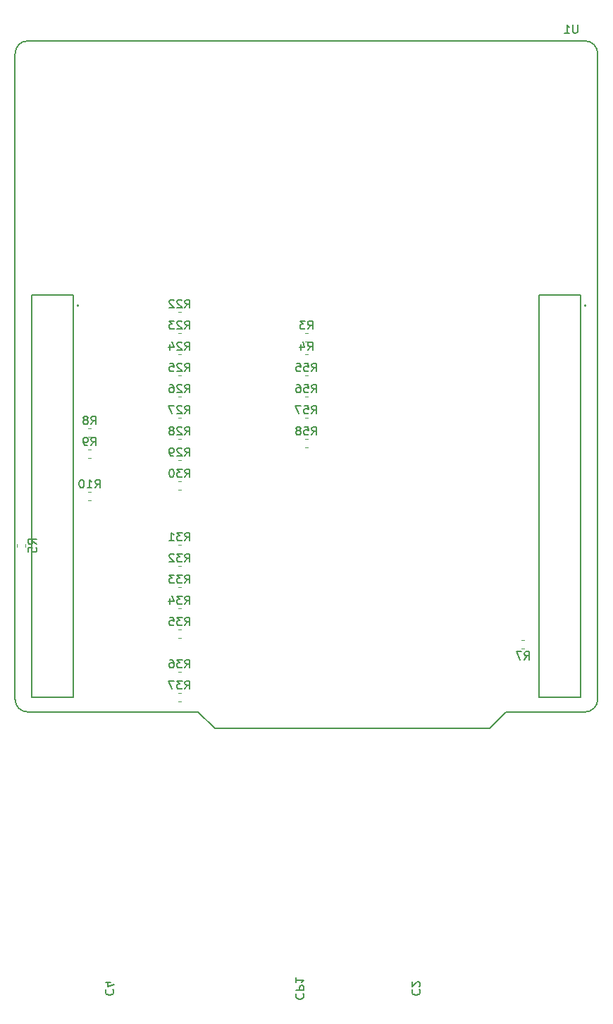
<source format=gbo>
G04 #@! TF.GenerationSoftware,KiCad,Pcbnew,(5.1.6)-1*
G04 #@! TF.CreationDate,2023-04-05T02:19:52+09:00*
G04 #@! TF.ProjectId,SubPCB,53756250-4342-42e6-9b69-6361645f7063,rev?*
G04 #@! TF.SameCoordinates,Original*
G04 #@! TF.FileFunction,Legend,Bot*
G04 #@! TF.FilePolarity,Positive*
%FSLAX46Y46*%
G04 Gerber Fmt 4.6, Leading zero omitted, Abs format (unit mm)*
G04 Created by KiCad (PCBNEW (5.1.6)-1) date 2023-04-05 02:19:52*
%MOMM*%
%LPD*%
G01*
G04 APERTURE LIST*
%ADD10C,0.120000*%
%ADD11C,0.200000*%
%ADD12C,0.127000*%
%ADD13C,0.150000*%
G04 APERTURE END LIST*
D10*
X41446267Y-22985000D02*
X41103733Y-22985000D01*
X41446267Y-24005000D02*
X41103733Y-24005000D01*
X41446267Y-20445000D02*
X41103733Y-20445000D01*
X41446267Y-21465000D02*
X41103733Y-21465000D01*
X41446267Y-17905000D02*
X41103733Y-17905000D01*
X41446267Y-18925000D02*
X41103733Y-18925000D01*
X41446267Y-15365000D02*
X41103733Y-15365000D01*
X41446267Y-16385000D02*
X41103733Y-16385000D01*
X41446267Y-12825000D02*
X41103733Y-12825000D01*
X41446267Y-13845000D02*
X41103733Y-13845000D01*
X41446267Y-10285000D02*
X41103733Y-10285000D01*
X41446267Y-11305000D02*
X41103733Y-11305000D01*
D11*
X13915000Y-6985000D02*
G75*
G03*
X13915000Y-6985000I-100000J0D01*
G01*
X74875000Y-6985000D02*
G75*
G03*
X74875000Y-6985000I-100000J0D01*
G01*
D12*
X69255000Y-5715000D02*
X74255000Y-5715000D01*
X69255000Y-53975000D02*
X69255000Y-5715000D01*
X74255000Y-53975000D02*
X69255000Y-53975000D01*
X74255000Y-5715000D02*
X74255000Y-53975000D01*
X8295000Y-5715000D02*
X13295000Y-5715000D01*
X8295000Y-53975000D02*
X8295000Y-5715000D01*
X13295000Y-53975000D02*
X8295000Y-53975000D01*
X13295000Y-5715000D02*
X13295000Y-53975000D01*
X65275000Y-55745000D02*
X74775000Y-55745000D01*
X63275000Y-57745000D02*
X65275000Y-55745000D01*
X30275000Y-57745000D02*
X63275000Y-57745000D01*
X28275000Y-55745000D02*
X30275000Y-57745000D01*
X7775000Y-55745000D02*
X28275000Y-55745000D01*
X6275000Y23255000D02*
X6275000Y-54245000D01*
X74775000Y24755000D02*
X7775000Y24755000D01*
X76275000Y-54245000D02*
X76275000Y23255000D01*
X76275000Y23255000D02*
G75*
G03*
X74775000Y24755000I-1500000J0D01*
G01*
X7775000Y24755000D02*
G75*
G03*
X6275000Y23255000I0J-1500000D01*
G01*
X6275000Y-54245000D02*
G75*
G03*
X7775000Y-55745000I1500000J0D01*
G01*
X74775000Y-55745000D02*
G75*
G03*
X76275000Y-54245000I0J1500000D01*
G01*
D10*
X26206267Y-54485000D02*
X25863733Y-54485000D01*
X26206267Y-53465000D02*
X25863733Y-53465000D01*
X26206267Y-51945000D02*
X25863733Y-51945000D01*
X26206267Y-50925000D02*
X25863733Y-50925000D01*
X26206267Y-46865000D02*
X25863733Y-46865000D01*
X26206267Y-45845000D02*
X25863733Y-45845000D01*
X26206267Y-44325000D02*
X25863733Y-44325000D01*
X26206267Y-43305000D02*
X25863733Y-43305000D01*
X26206267Y-41785000D02*
X25863733Y-41785000D01*
X26206267Y-40765000D02*
X25863733Y-40765000D01*
X26206267Y-39245000D02*
X25863733Y-39245000D01*
X26206267Y-38225000D02*
X25863733Y-38225000D01*
X26206267Y-36705000D02*
X25863733Y-36705000D01*
X26206267Y-35685000D02*
X25863733Y-35685000D01*
X26206267Y-29085000D02*
X25863733Y-29085000D01*
X26206267Y-28065000D02*
X25863733Y-28065000D01*
X26206267Y-26545000D02*
X25863733Y-26545000D01*
X26206267Y-25525000D02*
X25863733Y-25525000D01*
X26206267Y-24005000D02*
X25863733Y-24005000D01*
X26206267Y-22985000D02*
X25863733Y-22985000D01*
X26206267Y-21465000D02*
X25863733Y-21465000D01*
X26206267Y-20445000D02*
X25863733Y-20445000D01*
X26206267Y-18925000D02*
X25863733Y-18925000D01*
X26206267Y-17905000D02*
X25863733Y-17905000D01*
X26206267Y-16385000D02*
X25863733Y-16385000D01*
X26206267Y-15365000D02*
X25863733Y-15365000D01*
X26206267Y-13845000D02*
X25863733Y-13845000D01*
X26206267Y-12825000D02*
X25863733Y-12825000D01*
X26206267Y-11305000D02*
X25863733Y-11305000D01*
X26206267Y-10285000D02*
X25863733Y-10285000D01*
X26206267Y-8765000D02*
X25863733Y-8765000D01*
X26206267Y-7745000D02*
X25863733Y-7745000D01*
X15411267Y-30355000D02*
X15068733Y-30355000D01*
X15411267Y-29335000D02*
X15068733Y-29335000D01*
X15411267Y-25275000D02*
X15068733Y-25275000D01*
X15411267Y-24255000D02*
X15068733Y-24255000D01*
X15411267Y-22735000D02*
X15068733Y-22735000D01*
X15411267Y-21715000D02*
X15068733Y-21715000D01*
X67138733Y-47115000D02*
X67481267Y-47115000D01*
X67138733Y-48135000D02*
X67481267Y-48135000D01*
X6475000Y-35971267D02*
X6475000Y-35628733D01*
X7495000Y-35971267D02*
X7495000Y-35628733D01*
D13*
X41917857Y-22517380D02*
X42251190Y-22041190D01*
X42489285Y-22517380D02*
X42489285Y-21517380D01*
X42108333Y-21517380D01*
X42013095Y-21565000D01*
X41965476Y-21612619D01*
X41917857Y-21707857D01*
X41917857Y-21850714D01*
X41965476Y-21945952D01*
X42013095Y-21993571D01*
X42108333Y-22041190D01*
X42489285Y-22041190D01*
X41013095Y-21517380D02*
X41489285Y-21517380D01*
X41536904Y-21993571D01*
X41489285Y-21945952D01*
X41394047Y-21898333D01*
X41155952Y-21898333D01*
X41060714Y-21945952D01*
X41013095Y-21993571D01*
X40965476Y-22088809D01*
X40965476Y-22326904D01*
X41013095Y-22422142D01*
X41060714Y-22469761D01*
X41155952Y-22517380D01*
X41394047Y-22517380D01*
X41489285Y-22469761D01*
X41536904Y-22422142D01*
X40394047Y-21945952D02*
X40489285Y-21898333D01*
X40536904Y-21850714D01*
X40584523Y-21755476D01*
X40584523Y-21707857D01*
X40536904Y-21612619D01*
X40489285Y-21565000D01*
X40394047Y-21517380D01*
X40203571Y-21517380D01*
X40108333Y-21565000D01*
X40060714Y-21612619D01*
X40013095Y-21707857D01*
X40013095Y-21755476D01*
X40060714Y-21850714D01*
X40108333Y-21898333D01*
X40203571Y-21945952D01*
X40394047Y-21945952D01*
X40489285Y-21993571D01*
X40536904Y-22041190D01*
X40584523Y-22136428D01*
X40584523Y-22326904D01*
X40536904Y-22422142D01*
X40489285Y-22469761D01*
X40394047Y-22517380D01*
X40203571Y-22517380D01*
X40108333Y-22469761D01*
X40060714Y-22422142D01*
X40013095Y-22326904D01*
X40013095Y-22136428D01*
X40060714Y-22041190D01*
X40108333Y-21993571D01*
X40203571Y-21945952D01*
X41917857Y-19977380D02*
X42251190Y-19501190D01*
X42489285Y-19977380D02*
X42489285Y-18977380D01*
X42108333Y-18977380D01*
X42013095Y-19025000D01*
X41965476Y-19072619D01*
X41917857Y-19167857D01*
X41917857Y-19310714D01*
X41965476Y-19405952D01*
X42013095Y-19453571D01*
X42108333Y-19501190D01*
X42489285Y-19501190D01*
X41013095Y-18977380D02*
X41489285Y-18977380D01*
X41536904Y-19453571D01*
X41489285Y-19405952D01*
X41394047Y-19358333D01*
X41155952Y-19358333D01*
X41060714Y-19405952D01*
X41013095Y-19453571D01*
X40965476Y-19548809D01*
X40965476Y-19786904D01*
X41013095Y-19882142D01*
X41060714Y-19929761D01*
X41155952Y-19977380D01*
X41394047Y-19977380D01*
X41489285Y-19929761D01*
X41536904Y-19882142D01*
X40632142Y-18977380D02*
X39965476Y-18977380D01*
X40394047Y-19977380D01*
X41917857Y-17437380D02*
X42251190Y-16961190D01*
X42489285Y-17437380D02*
X42489285Y-16437380D01*
X42108333Y-16437380D01*
X42013095Y-16485000D01*
X41965476Y-16532619D01*
X41917857Y-16627857D01*
X41917857Y-16770714D01*
X41965476Y-16865952D01*
X42013095Y-16913571D01*
X42108333Y-16961190D01*
X42489285Y-16961190D01*
X41013095Y-16437380D02*
X41489285Y-16437380D01*
X41536904Y-16913571D01*
X41489285Y-16865952D01*
X41394047Y-16818333D01*
X41155952Y-16818333D01*
X41060714Y-16865952D01*
X41013095Y-16913571D01*
X40965476Y-17008809D01*
X40965476Y-17246904D01*
X41013095Y-17342142D01*
X41060714Y-17389761D01*
X41155952Y-17437380D01*
X41394047Y-17437380D01*
X41489285Y-17389761D01*
X41536904Y-17342142D01*
X40108333Y-16437380D02*
X40298809Y-16437380D01*
X40394047Y-16485000D01*
X40441666Y-16532619D01*
X40536904Y-16675476D01*
X40584523Y-16865952D01*
X40584523Y-17246904D01*
X40536904Y-17342142D01*
X40489285Y-17389761D01*
X40394047Y-17437380D01*
X40203571Y-17437380D01*
X40108333Y-17389761D01*
X40060714Y-17342142D01*
X40013095Y-17246904D01*
X40013095Y-17008809D01*
X40060714Y-16913571D01*
X40108333Y-16865952D01*
X40203571Y-16818333D01*
X40394047Y-16818333D01*
X40489285Y-16865952D01*
X40536904Y-16913571D01*
X40584523Y-17008809D01*
X41917857Y-14897380D02*
X42251190Y-14421190D01*
X42489285Y-14897380D02*
X42489285Y-13897380D01*
X42108333Y-13897380D01*
X42013095Y-13945000D01*
X41965476Y-13992619D01*
X41917857Y-14087857D01*
X41917857Y-14230714D01*
X41965476Y-14325952D01*
X42013095Y-14373571D01*
X42108333Y-14421190D01*
X42489285Y-14421190D01*
X41013095Y-13897380D02*
X41489285Y-13897380D01*
X41536904Y-14373571D01*
X41489285Y-14325952D01*
X41394047Y-14278333D01*
X41155952Y-14278333D01*
X41060714Y-14325952D01*
X41013095Y-14373571D01*
X40965476Y-14468809D01*
X40965476Y-14706904D01*
X41013095Y-14802142D01*
X41060714Y-14849761D01*
X41155952Y-14897380D01*
X41394047Y-14897380D01*
X41489285Y-14849761D01*
X41536904Y-14802142D01*
X40060714Y-13897380D02*
X40536904Y-13897380D01*
X40584523Y-14373571D01*
X40536904Y-14325952D01*
X40441666Y-14278333D01*
X40203571Y-14278333D01*
X40108333Y-14325952D01*
X40060714Y-14373571D01*
X40013095Y-14468809D01*
X40013095Y-14706904D01*
X40060714Y-14802142D01*
X40108333Y-14849761D01*
X40203571Y-14897380D01*
X40441666Y-14897380D01*
X40536904Y-14849761D01*
X40584523Y-14802142D01*
X41441666Y-12357380D02*
X41775000Y-11881190D01*
X42013095Y-12357380D02*
X42013095Y-11357380D01*
X41632142Y-11357380D01*
X41536904Y-11405000D01*
X41489285Y-11452619D01*
X41441666Y-11547857D01*
X41441666Y-11690714D01*
X41489285Y-11785952D01*
X41536904Y-11833571D01*
X41632142Y-11881190D01*
X42013095Y-11881190D01*
X40584523Y-11690714D02*
X40584523Y-12357380D01*
X40822619Y-11309761D02*
X41060714Y-12024047D01*
X40441666Y-12024047D01*
X41441666Y-9817380D02*
X41775000Y-9341190D01*
X42013095Y-9817380D02*
X42013095Y-8817380D01*
X41632142Y-8817380D01*
X41536904Y-8865000D01*
X41489285Y-8912619D01*
X41441666Y-9007857D01*
X41441666Y-9150714D01*
X41489285Y-9245952D01*
X41536904Y-9293571D01*
X41632142Y-9341190D01*
X42013095Y-9341190D01*
X41108333Y-8817380D02*
X40489285Y-8817380D01*
X40822619Y-9198333D01*
X40679761Y-9198333D01*
X40584523Y-9245952D01*
X40536904Y-9293571D01*
X40489285Y-9388809D01*
X40489285Y-9626904D01*
X40536904Y-9722142D01*
X40584523Y-9769761D01*
X40679761Y-9817380D01*
X40965476Y-9817380D01*
X41060714Y-9769761D01*
X41108333Y-9722142D01*
X73861904Y26687619D02*
X73861904Y25878095D01*
X73814285Y25782857D01*
X73766666Y25735238D01*
X73671428Y25687619D01*
X73480952Y25687619D01*
X73385714Y25735238D01*
X73338095Y25782857D01*
X73290476Y25878095D01*
X73290476Y26687619D01*
X72290476Y25687619D02*
X72861904Y25687619D01*
X72576190Y25687619D02*
X72576190Y26687619D01*
X72671428Y26544761D01*
X72766666Y26449523D01*
X72861904Y26401904D01*
X26677857Y-52997380D02*
X27011190Y-52521190D01*
X27249285Y-52997380D02*
X27249285Y-51997380D01*
X26868333Y-51997380D01*
X26773095Y-52045000D01*
X26725476Y-52092619D01*
X26677857Y-52187857D01*
X26677857Y-52330714D01*
X26725476Y-52425952D01*
X26773095Y-52473571D01*
X26868333Y-52521190D01*
X27249285Y-52521190D01*
X26344523Y-51997380D02*
X25725476Y-51997380D01*
X26058809Y-52378333D01*
X25915952Y-52378333D01*
X25820714Y-52425952D01*
X25773095Y-52473571D01*
X25725476Y-52568809D01*
X25725476Y-52806904D01*
X25773095Y-52902142D01*
X25820714Y-52949761D01*
X25915952Y-52997380D01*
X26201666Y-52997380D01*
X26296904Y-52949761D01*
X26344523Y-52902142D01*
X25392142Y-51997380D02*
X24725476Y-51997380D01*
X25154047Y-52997380D01*
X26677857Y-50457380D02*
X27011190Y-49981190D01*
X27249285Y-50457380D02*
X27249285Y-49457380D01*
X26868333Y-49457380D01*
X26773095Y-49505000D01*
X26725476Y-49552619D01*
X26677857Y-49647857D01*
X26677857Y-49790714D01*
X26725476Y-49885952D01*
X26773095Y-49933571D01*
X26868333Y-49981190D01*
X27249285Y-49981190D01*
X26344523Y-49457380D02*
X25725476Y-49457380D01*
X26058809Y-49838333D01*
X25915952Y-49838333D01*
X25820714Y-49885952D01*
X25773095Y-49933571D01*
X25725476Y-50028809D01*
X25725476Y-50266904D01*
X25773095Y-50362142D01*
X25820714Y-50409761D01*
X25915952Y-50457380D01*
X26201666Y-50457380D01*
X26296904Y-50409761D01*
X26344523Y-50362142D01*
X24868333Y-49457380D02*
X25058809Y-49457380D01*
X25154047Y-49505000D01*
X25201666Y-49552619D01*
X25296904Y-49695476D01*
X25344523Y-49885952D01*
X25344523Y-50266904D01*
X25296904Y-50362142D01*
X25249285Y-50409761D01*
X25154047Y-50457380D01*
X24963571Y-50457380D01*
X24868333Y-50409761D01*
X24820714Y-50362142D01*
X24773095Y-50266904D01*
X24773095Y-50028809D01*
X24820714Y-49933571D01*
X24868333Y-49885952D01*
X24963571Y-49838333D01*
X25154047Y-49838333D01*
X25249285Y-49885952D01*
X25296904Y-49933571D01*
X25344523Y-50028809D01*
X26677857Y-45377380D02*
X27011190Y-44901190D01*
X27249285Y-45377380D02*
X27249285Y-44377380D01*
X26868333Y-44377380D01*
X26773095Y-44425000D01*
X26725476Y-44472619D01*
X26677857Y-44567857D01*
X26677857Y-44710714D01*
X26725476Y-44805952D01*
X26773095Y-44853571D01*
X26868333Y-44901190D01*
X27249285Y-44901190D01*
X26344523Y-44377380D02*
X25725476Y-44377380D01*
X26058809Y-44758333D01*
X25915952Y-44758333D01*
X25820714Y-44805952D01*
X25773095Y-44853571D01*
X25725476Y-44948809D01*
X25725476Y-45186904D01*
X25773095Y-45282142D01*
X25820714Y-45329761D01*
X25915952Y-45377380D01*
X26201666Y-45377380D01*
X26296904Y-45329761D01*
X26344523Y-45282142D01*
X24820714Y-44377380D02*
X25296904Y-44377380D01*
X25344523Y-44853571D01*
X25296904Y-44805952D01*
X25201666Y-44758333D01*
X24963571Y-44758333D01*
X24868333Y-44805952D01*
X24820714Y-44853571D01*
X24773095Y-44948809D01*
X24773095Y-45186904D01*
X24820714Y-45282142D01*
X24868333Y-45329761D01*
X24963571Y-45377380D01*
X25201666Y-45377380D01*
X25296904Y-45329761D01*
X25344523Y-45282142D01*
X26677857Y-42837380D02*
X27011190Y-42361190D01*
X27249285Y-42837380D02*
X27249285Y-41837380D01*
X26868333Y-41837380D01*
X26773095Y-41885000D01*
X26725476Y-41932619D01*
X26677857Y-42027857D01*
X26677857Y-42170714D01*
X26725476Y-42265952D01*
X26773095Y-42313571D01*
X26868333Y-42361190D01*
X27249285Y-42361190D01*
X26344523Y-41837380D02*
X25725476Y-41837380D01*
X26058809Y-42218333D01*
X25915952Y-42218333D01*
X25820714Y-42265952D01*
X25773095Y-42313571D01*
X25725476Y-42408809D01*
X25725476Y-42646904D01*
X25773095Y-42742142D01*
X25820714Y-42789761D01*
X25915952Y-42837380D01*
X26201666Y-42837380D01*
X26296904Y-42789761D01*
X26344523Y-42742142D01*
X24868333Y-42170714D02*
X24868333Y-42837380D01*
X25106428Y-41789761D02*
X25344523Y-42504047D01*
X24725476Y-42504047D01*
X26677857Y-40297380D02*
X27011190Y-39821190D01*
X27249285Y-40297380D02*
X27249285Y-39297380D01*
X26868333Y-39297380D01*
X26773095Y-39345000D01*
X26725476Y-39392619D01*
X26677857Y-39487857D01*
X26677857Y-39630714D01*
X26725476Y-39725952D01*
X26773095Y-39773571D01*
X26868333Y-39821190D01*
X27249285Y-39821190D01*
X26344523Y-39297380D02*
X25725476Y-39297380D01*
X26058809Y-39678333D01*
X25915952Y-39678333D01*
X25820714Y-39725952D01*
X25773095Y-39773571D01*
X25725476Y-39868809D01*
X25725476Y-40106904D01*
X25773095Y-40202142D01*
X25820714Y-40249761D01*
X25915952Y-40297380D01*
X26201666Y-40297380D01*
X26296904Y-40249761D01*
X26344523Y-40202142D01*
X25392142Y-39297380D02*
X24773095Y-39297380D01*
X25106428Y-39678333D01*
X24963571Y-39678333D01*
X24868333Y-39725952D01*
X24820714Y-39773571D01*
X24773095Y-39868809D01*
X24773095Y-40106904D01*
X24820714Y-40202142D01*
X24868333Y-40249761D01*
X24963571Y-40297380D01*
X25249285Y-40297380D01*
X25344523Y-40249761D01*
X25392142Y-40202142D01*
X26677857Y-37757380D02*
X27011190Y-37281190D01*
X27249285Y-37757380D02*
X27249285Y-36757380D01*
X26868333Y-36757380D01*
X26773095Y-36805000D01*
X26725476Y-36852619D01*
X26677857Y-36947857D01*
X26677857Y-37090714D01*
X26725476Y-37185952D01*
X26773095Y-37233571D01*
X26868333Y-37281190D01*
X27249285Y-37281190D01*
X26344523Y-36757380D02*
X25725476Y-36757380D01*
X26058809Y-37138333D01*
X25915952Y-37138333D01*
X25820714Y-37185952D01*
X25773095Y-37233571D01*
X25725476Y-37328809D01*
X25725476Y-37566904D01*
X25773095Y-37662142D01*
X25820714Y-37709761D01*
X25915952Y-37757380D01*
X26201666Y-37757380D01*
X26296904Y-37709761D01*
X26344523Y-37662142D01*
X25344523Y-36852619D02*
X25296904Y-36805000D01*
X25201666Y-36757380D01*
X24963571Y-36757380D01*
X24868333Y-36805000D01*
X24820714Y-36852619D01*
X24773095Y-36947857D01*
X24773095Y-37043095D01*
X24820714Y-37185952D01*
X25392142Y-37757380D01*
X24773095Y-37757380D01*
X26677857Y-35217380D02*
X27011190Y-34741190D01*
X27249285Y-35217380D02*
X27249285Y-34217380D01*
X26868333Y-34217380D01*
X26773095Y-34265000D01*
X26725476Y-34312619D01*
X26677857Y-34407857D01*
X26677857Y-34550714D01*
X26725476Y-34645952D01*
X26773095Y-34693571D01*
X26868333Y-34741190D01*
X27249285Y-34741190D01*
X26344523Y-34217380D02*
X25725476Y-34217380D01*
X26058809Y-34598333D01*
X25915952Y-34598333D01*
X25820714Y-34645952D01*
X25773095Y-34693571D01*
X25725476Y-34788809D01*
X25725476Y-35026904D01*
X25773095Y-35122142D01*
X25820714Y-35169761D01*
X25915952Y-35217380D01*
X26201666Y-35217380D01*
X26296904Y-35169761D01*
X26344523Y-35122142D01*
X24773095Y-35217380D02*
X25344523Y-35217380D01*
X25058809Y-35217380D02*
X25058809Y-34217380D01*
X25154047Y-34360238D01*
X25249285Y-34455476D01*
X25344523Y-34503095D01*
X26677857Y-27597380D02*
X27011190Y-27121190D01*
X27249285Y-27597380D02*
X27249285Y-26597380D01*
X26868333Y-26597380D01*
X26773095Y-26645000D01*
X26725476Y-26692619D01*
X26677857Y-26787857D01*
X26677857Y-26930714D01*
X26725476Y-27025952D01*
X26773095Y-27073571D01*
X26868333Y-27121190D01*
X27249285Y-27121190D01*
X26344523Y-26597380D02*
X25725476Y-26597380D01*
X26058809Y-26978333D01*
X25915952Y-26978333D01*
X25820714Y-27025952D01*
X25773095Y-27073571D01*
X25725476Y-27168809D01*
X25725476Y-27406904D01*
X25773095Y-27502142D01*
X25820714Y-27549761D01*
X25915952Y-27597380D01*
X26201666Y-27597380D01*
X26296904Y-27549761D01*
X26344523Y-27502142D01*
X25106428Y-26597380D02*
X25011190Y-26597380D01*
X24915952Y-26645000D01*
X24868333Y-26692619D01*
X24820714Y-26787857D01*
X24773095Y-26978333D01*
X24773095Y-27216428D01*
X24820714Y-27406904D01*
X24868333Y-27502142D01*
X24915952Y-27549761D01*
X25011190Y-27597380D01*
X25106428Y-27597380D01*
X25201666Y-27549761D01*
X25249285Y-27502142D01*
X25296904Y-27406904D01*
X25344523Y-27216428D01*
X25344523Y-26978333D01*
X25296904Y-26787857D01*
X25249285Y-26692619D01*
X25201666Y-26645000D01*
X25106428Y-26597380D01*
X26677857Y-25057380D02*
X27011190Y-24581190D01*
X27249285Y-25057380D02*
X27249285Y-24057380D01*
X26868333Y-24057380D01*
X26773095Y-24105000D01*
X26725476Y-24152619D01*
X26677857Y-24247857D01*
X26677857Y-24390714D01*
X26725476Y-24485952D01*
X26773095Y-24533571D01*
X26868333Y-24581190D01*
X27249285Y-24581190D01*
X26296904Y-24152619D02*
X26249285Y-24105000D01*
X26154047Y-24057380D01*
X25915952Y-24057380D01*
X25820714Y-24105000D01*
X25773095Y-24152619D01*
X25725476Y-24247857D01*
X25725476Y-24343095D01*
X25773095Y-24485952D01*
X26344523Y-25057380D01*
X25725476Y-25057380D01*
X25249285Y-25057380D02*
X25058809Y-25057380D01*
X24963571Y-25009761D01*
X24915952Y-24962142D01*
X24820714Y-24819285D01*
X24773095Y-24628809D01*
X24773095Y-24247857D01*
X24820714Y-24152619D01*
X24868333Y-24105000D01*
X24963571Y-24057380D01*
X25154047Y-24057380D01*
X25249285Y-24105000D01*
X25296904Y-24152619D01*
X25344523Y-24247857D01*
X25344523Y-24485952D01*
X25296904Y-24581190D01*
X25249285Y-24628809D01*
X25154047Y-24676428D01*
X24963571Y-24676428D01*
X24868333Y-24628809D01*
X24820714Y-24581190D01*
X24773095Y-24485952D01*
X26677857Y-22517380D02*
X27011190Y-22041190D01*
X27249285Y-22517380D02*
X27249285Y-21517380D01*
X26868333Y-21517380D01*
X26773095Y-21565000D01*
X26725476Y-21612619D01*
X26677857Y-21707857D01*
X26677857Y-21850714D01*
X26725476Y-21945952D01*
X26773095Y-21993571D01*
X26868333Y-22041190D01*
X27249285Y-22041190D01*
X26296904Y-21612619D02*
X26249285Y-21565000D01*
X26154047Y-21517380D01*
X25915952Y-21517380D01*
X25820714Y-21565000D01*
X25773095Y-21612619D01*
X25725476Y-21707857D01*
X25725476Y-21803095D01*
X25773095Y-21945952D01*
X26344523Y-22517380D01*
X25725476Y-22517380D01*
X25154047Y-21945952D02*
X25249285Y-21898333D01*
X25296904Y-21850714D01*
X25344523Y-21755476D01*
X25344523Y-21707857D01*
X25296904Y-21612619D01*
X25249285Y-21565000D01*
X25154047Y-21517380D01*
X24963571Y-21517380D01*
X24868333Y-21565000D01*
X24820714Y-21612619D01*
X24773095Y-21707857D01*
X24773095Y-21755476D01*
X24820714Y-21850714D01*
X24868333Y-21898333D01*
X24963571Y-21945952D01*
X25154047Y-21945952D01*
X25249285Y-21993571D01*
X25296904Y-22041190D01*
X25344523Y-22136428D01*
X25344523Y-22326904D01*
X25296904Y-22422142D01*
X25249285Y-22469761D01*
X25154047Y-22517380D01*
X24963571Y-22517380D01*
X24868333Y-22469761D01*
X24820714Y-22422142D01*
X24773095Y-22326904D01*
X24773095Y-22136428D01*
X24820714Y-22041190D01*
X24868333Y-21993571D01*
X24963571Y-21945952D01*
X26677857Y-19977380D02*
X27011190Y-19501190D01*
X27249285Y-19977380D02*
X27249285Y-18977380D01*
X26868333Y-18977380D01*
X26773095Y-19025000D01*
X26725476Y-19072619D01*
X26677857Y-19167857D01*
X26677857Y-19310714D01*
X26725476Y-19405952D01*
X26773095Y-19453571D01*
X26868333Y-19501190D01*
X27249285Y-19501190D01*
X26296904Y-19072619D02*
X26249285Y-19025000D01*
X26154047Y-18977380D01*
X25915952Y-18977380D01*
X25820714Y-19025000D01*
X25773095Y-19072619D01*
X25725476Y-19167857D01*
X25725476Y-19263095D01*
X25773095Y-19405952D01*
X26344523Y-19977380D01*
X25725476Y-19977380D01*
X25392142Y-18977380D02*
X24725476Y-18977380D01*
X25154047Y-19977380D01*
X26677857Y-17437380D02*
X27011190Y-16961190D01*
X27249285Y-17437380D02*
X27249285Y-16437380D01*
X26868333Y-16437380D01*
X26773095Y-16485000D01*
X26725476Y-16532619D01*
X26677857Y-16627857D01*
X26677857Y-16770714D01*
X26725476Y-16865952D01*
X26773095Y-16913571D01*
X26868333Y-16961190D01*
X27249285Y-16961190D01*
X26296904Y-16532619D02*
X26249285Y-16485000D01*
X26154047Y-16437380D01*
X25915952Y-16437380D01*
X25820714Y-16485000D01*
X25773095Y-16532619D01*
X25725476Y-16627857D01*
X25725476Y-16723095D01*
X25773095Y-16865952D01*
X26344523Y-17437380D01*
X25725476Y-17437380D01*
X24868333Y-16437380D02*
X25058809Y-16437380D01*
X25154047Y-16485000D01*
X25201666Y-16532619D01*
X25296904Y-16675476D01*
X25344523Y-16865952D01*
X25344523Y-17246904D01*
X25296904Y-17342142D01*
X25249285Y-17389761D01*
X25154047Y-17437380D01*
X24963571Y-17437380D01*
X24868333Y-17389761D01*
X24820714Y-17342142D01*
X24773095Y-17246904D01*
X24773095Y-17008809D01*
X24820714Y-16913571D01*
X24868333Y-16865952D01*
X24963571Y-16818333D01*
X25154047Y-16818333D01*
X25249285Y-16865952D01*
X25296904Y-16913571D01*
X25344523Y-17008809D01*
X26677857Y-14897380D02*
X27011190Y-14421190D01*
X27249285Y-14897380D02*
X27249285Y-13897380D01*
X26868333Y-13897380D01*
X26773095Y-13945000D01*
X26725476Y-13992619D01*
X26677857Y-14087857D01*
X26677857Y-14230714D01*
X26725476Y-14325952D01*
X26773095Y-14373571D01*
X26868333Y-14421190D01*
X27249285Y-14421190D01*
X26296904Y-13992619D02*
X26249285Y-13945000D01*
X26154047Y-13897380D01*
X25915952Y-13897380D01*
X25820714Y-13945000D01*
X25773095Y-13992619D01*
X25725476Y-14087857D01*
X25725476Y-14183095D01*
X25773095Y-14325952D01*
X26344523Y-14897380D01*
X25725476Y-14897380D01*
X24820714Y-13897380D02*
X25296904Y-13897380D01*
X25344523Y-14373571D01*
X25296904Y-14325952D01*
X25201666Y-14278333D01*
X24963571Y-14278333D01*
X24868333Y-14325952D01*
X24820714Y-14373571D01*
X24773095Y-14468809D01*
X24773095Y-14706904D01*
X24820714Y-14802142D01*
X24868333Y-14849761D01*
X24963571Y-14897380D01*
X25201666Y-14897380D01*
X25296904Y-14849761D01*
X25344523Y-14802142D01*
X26677857Y-12357380D02*
X27011190Y-11881190D01*
X27249285Y-12357380D02*
X27249285Y-11357380D01*
X26868333Y-11357380D01*
X26773095Y-11405000D01*
X26725476Y-11452619D01*
X26677857Y-11547857D01*
X26677857Y-11690714D01*
X26725476Y-11785952D01*
X26773095Y-11833571D01*
X26868333Y-11881190D01*
X27249285Y-11881190D01*
X26296904Y-11452619D02*
X26249285Y-11405000D01*
X26154047Y-11357380D01*
X25915952Y-11357380D01*
X25820714Y-11405000D01*
X25773095Y-11452619D01*
X25725476Y-11547857D01*
X25725476Y-11643095D01*
X25773095Y-11785952D01*
X26344523Y-12357380D01*
X25725476Y-12357380D01*
X24868333Y-11690714D02*
X24868333Y-12357380D01*
X25106428Y-11309761D02*
X25344523Y-12024047D01*
X24725476Y-12024047D01*
X26677857Y-9817380D02*
X27011190Y-9341190D01*
X27249285Y-9817380D02*
X27249285Y-8817380D01*
X26868333Y-8817380D01*
X26773095Y-8865000D01*
X26725476Y-8912619D01*
X26677857Y-9007857D01*
X26677857Y-9150714D01*
X26725476Y-9245952D01*
X26773095Y-9293571D01*
X26868333Y-9341190D01*
X27249285Y-9341190D01*
X26296904Y-8912619D02*
X26249285Y-8865000D01*
X26154047Y-8817380D01*
X25915952Y-8817380D01*
X25820714Y-8865000D01*
X25773095Y-8912619D01*
X25725476Y-9007857D01*
X25725476Y-9103095D01*
X25773095Y-9245952D01*
X26344523Y-9817380D01*
X25725476Y-9817380D01*
X25392142Y-8817380D02*
X24773095Y-8817380D01*
X25106428Y-9198333D01*
X24963571Y-9198333D01*
X24868333Y-9245952D01*
X24820714Y-9293571D01*
X24773095Y-9388809D01*
X24773095Y-9626904D01*
X24820714Y-9722142D01*
X24868333Y-9769761D01*
X24963571Y-9817380D01*
X25249285Y-9817380D01*
X25344523Y-9769761D01*
X25392142Y-9722142D01*
X26677857Y-7277380D02*
X27011190Y-6801190D01*
X27249285Y-7277380D02*
X27249285Y-6277380D01*
X26868333Y-6277380D01*
X26773095Y-6325000D01*
X26725476Y-6372619D01*
X26677857Y-6467857D01*
X26677857Y-6610714D01*
X26725476Y-6705952D01*
X26773095Y-6753571D01*
X26868333Y-6801190D01*
X27249285Y-6801190D01*
X26296904Y-6372619D02*
X26249285Y-6325000D01*
X26154047Y-6277380D01*
X25915952Y-6277380D01*
X25820714Y-6325000D01*
X25773095Y-6372619D01*
X25725476Y-6467857D01*
X25725476Y-6563095D01*
X25773095Y-6705952D01*
X26344523Y-7277380D01*
X25725476Y-7277380D01*
X25344523Y-6372619D02*
X25296904Y-6325000D01*
X25201666Y-6277380D01*
X24963571Y-6277380D01*
X24868333Y-6325000D01*
X24820714Y-6372619D01*
X24773095Y-6467857D01*
X24773095Y-6563095D01*
X24820714Y-6705952D01*
X25392142Y-7277380D01*
X24773095Y-7277380D01*
X15882857Y-28867380D02*
X16216190Y-28391190D01*
X16454285Y-28867380D02*
X16454285Y-27867380D01*
X16073333Y-27867380D01*
X15978095Y-27915000D01*
X15930476Y-27962619D01*
X15882857Y-28057857D01*
X15882857Y-28200714D01*
X15930476Y-28295952D01*
X15978095Y-28343571D01*
X16073333Y-28391190D01*
X16454285Y-28391190D01*
X14930476Y-28867380D02*
X15501904Y-28867380D01*
X15216190Y-28867380D02*
X15216190Y-27867380D01*
X15311428Y-28010238D01*
X15406666Y-28105476D01*
X15501904Y-28153095D01*
X14311428Y-27867380D02*
X14216190Y-27867380D01*
X14120952Y-27915000D01*
X14073333Y-27962619D01*
X14025714Y-28057857D01*
X13978095Y-28248333D01*
X13978095Y-28486428D01*
X14025714Y-28676904D01*
X14073333Y-28772142D01*
X14120952Y-28819761D01*
X14216190Y-28867380D01*
X14311428Y-28867380D01*
X14406666Y-28819761D01*
X14454285Y-28772142D01*
X14501904Y-28676904D01*
X14549523Y-28486428D01*
X14549523Y-28248333D01*
X14501904Y-28057857D01*
X14454285Y-27962619D01*
X14406666Y-27915000D01*
X14311428Y-27867380D01*
X15406666Y-23787380D02*
X15740000Y-23311190D01*
X15978095Y-23787380D02*
X15978095Y-22787380D01*
X15597142Y-22787380D01*
X15501904Y-22835000D01*
X15454285Y-22882619D01*
X15406666Y-22977857D01*
X15406666Y-23120714D01*
X15454285Y-23215952D01*
X15501904Y-23263571D01*
X15597142Y-23311190D01*
X15978095Y-23311190D01*
X14930476Y-23787380D02*
X14740000Y-23787380D01*
X14644761Y-23739761D01*
X14597142Y-23692142D01*
X14501904Y-23549285D01*
X14454285Y-23358809D01*
X14454285Y-22977857D01*
X14501904Y-22882619D01*
X14549523Y-22835000D01*
X14644761Y-22787380D01*
X14835238Y-22787380D01*
X14930476Y-22835000D01*
X14978095Y-22882619D01*
X15025714Y-22977857D01*
X15025714Y-23215952D01*
X14978095Y-23311190D01*
X14930476Y-23358809D01*
X14835238Y-23406428D01*
X14644761Y-23406428D01*
X14549523Y-23358809D01*
X14501904Y-23311190D01*
X14454285Y-23215952D01*
X15406666Y-21247380D02*
X15740000Y-20771190D01*
X15978095Y-21247380D02*
X15978095Y-20247380D01*
X15597142Y-20247380D01*
X15501904Y-20295000D01*
X15454285Y-20342619D01*
X15406666Y-20437857D01*
X15406666Y-20580714D01*
X15454285Y-20675952D01*
X15501904Y-20723571D01*
X15597142Y-20771190D01*
X15978095Y-20771190D01*
X14835238Y-20675952D02*
X14930476Y-20628333D01*
X14978095Y-20580714D01*
X15025714Y-20485476D01*
X15025714Y-20437857D01*
X14978095Y-20342619D01*
X14930476Y-20295000D01*
X14835238Y-20247380D01*
X14644761Y-20247380D01*
X14549523Y-20295000D01*
X14501904Y-20342619D01*
X14454285Y-20437857D01*
X14454285Y-20485476D01*
X14501904Y-20580714D01*
X14549523Y-20628333D01*
X14644761Y-20675952D01*
X14835238Y-20675952D01*
X14930476Y-20723571D01*
X14978095Y-20771190D01*
X15025714Y-20866428D01*
X15025714Y-21056904D01*
X14978095Y-21152142D01*
X14930476Y-21199761D01*
X14835238Y-21247380D01*
X14644761Y-21247380D01*
X14549523Y-21199761D01*
X14501904Y-21152142D01*
X14454285Y-21056904D01*
X14454285Y-20866428D01*
X14501904Y-20771190D01*
X14549523Y-20723571D01*
X14644761Y-20675952D01*
X67476666Y-49507380D02*
X67810000Y-49031190D01*
X68048095Y-49507380D02*
X68048095Y-48507380D01*
X67667142Y-48507380D01*
X67571904Y-48555000D01*
X67524285Y-48602619D01*
X67476666Y-48697857D01*
X67476666Y-48840714D01*
X67524285Y-48935952D01*
X67571904Y-48983571D01*
X67667142Y-49031190D01*
X68048095Y-49031190D01*
X67143333Y-48507380D02*
X66476666Y-48507380D01*
X66905238Y-49507380D01*
X8867380Y-35633333D02*
X8391190Y-35300000D01*
X8867380Y-35061904D02*
X7867380Y-35061904D01*
X7867380Y-35442857D01*
X7915000Y-35538095D01*
X7962619Y-35585714D01*
X8057857Y-35633333D01*
X8200714Y-35633333D01*
X8295952Y-35585714D01*
X8343571Y-35538095D01*
X8391190Y-35442857D01*
X8391190Y-35061904D01*
X7867380Y-36538095D02*
X7867380Y-36061904D01*
X8343571Y-36014285D01*
X8295952Y-36061904D01*
X8248333Y-36157142D01*
X8248333Y-36395238D01*
X8295952Y-36490476D01*
X8343571Y-36538095D01*
X8438809Y-36585714D01*
X8676904Y-36585714D01*
X8772142Y-36538095D01*
X8819761Y-36490476D01*
X8867380Y-36395238D01*
X8867380Y-36157142D01*
X8819761Y-36061904D01*
X8772142Y-36014285D01*
X17212857Y-89066666D02*
X17165238Y-89114285D01*
X17117619Y-89257142D01*
X17117619Y-89352380D01*
X17165238Y-89495238D01*
X17260476Y-89590476D01*
X17355714Y-89638095D01*
X17546190Y-89685714D01*
X17689047Y-89685714D01*
X17879523Y-89638095D01*
X17974761Y-89590476D01*
X18070000Y-89495238D01*
X18117619Y-89352380D01*
X18117619Y-89257142D01*
X18070000Y-89114285D01*
X18022380Y-89066666D01*
X17784285Y-88209523D02*
X17117619Y-88209523D01*
X18165238Y-88447619D02*
X17450952Y-88685714D01*
X17450952Y-88066666D01*
X40072857Y-89566666D02*
X40025238Y-89614285D01*
X39977619Y-89757142D01*
X39977619Y-89852380D01*
X40025238Y-89995238D01*
X40120476Y-90090476D01*
X40215714Y-90138095D01*
X40406190Y-90185714D01*
X40549047Y-90185714D01*
X40739523Y-90138095D01*
X40834761Y-90090476D01*
X40930000Y-89995238D01*
X40977619Y-89852380D01*
X40977619Y-89757142D01*
X40930000Y-89614285D01*
X40882380Y-89566666D01*
X39977619Y-89138095D02*
X40977619Y-89138095D01*
X40977619Y-88757142D01*
X40930000Y-88661904D01*
X40882380Y-88614285D01*
X40787142Y-88566666D01*
X40644285Y-88566666D01*
X40549047Y-88614285D01*
X40501428Y-88661904D01*
X40453809Y-88757142D01*
X40453809Y-89138095D01*
X39977619Y-87614285D02*
X39977619Y-88185714D01*
X39977619Y-87900000D02*
X40977619Y-87900000D01*
X40834761Y-87995238D01*
X40739523Y-88090476D01*
X40691904Y-88185714D01*
X54042857Y-89066666D02*
X53995238Y-89114285D01*
X53947619Y-89257142D01*
X53947619Y-89352380D01*
X53995238Y-89495238D01*
X54090476Y-89590476D01*
X54185714Y-89638095D01*
X54376190Y-89685714D01*
X54519047Y-89685714D01*
X54709523Y-89638095D01*
X54804761Y-89590476D01*
X54900000Y-89495238D01*
X54947619Y-89352380D01*
X54947619Y-89257142D01*
X54900000Y-89114285D01*
X54852380Y-89066666D01*
X54852380Y-88685714D02*
X54900000Y-88638095D01*
X54947619Y-88542857D01*
X54947619Y-88304761D01*
X54900000Y-88209523D01*
X54852380Y-88161904D01*
X54757142Y-88114285D01*
X54661904Y-88114285D01*
X54519047Y-88161904D01*
X53947619Y-88733333D01*
X53947619Y-88114285D01*
M02*

</source>
